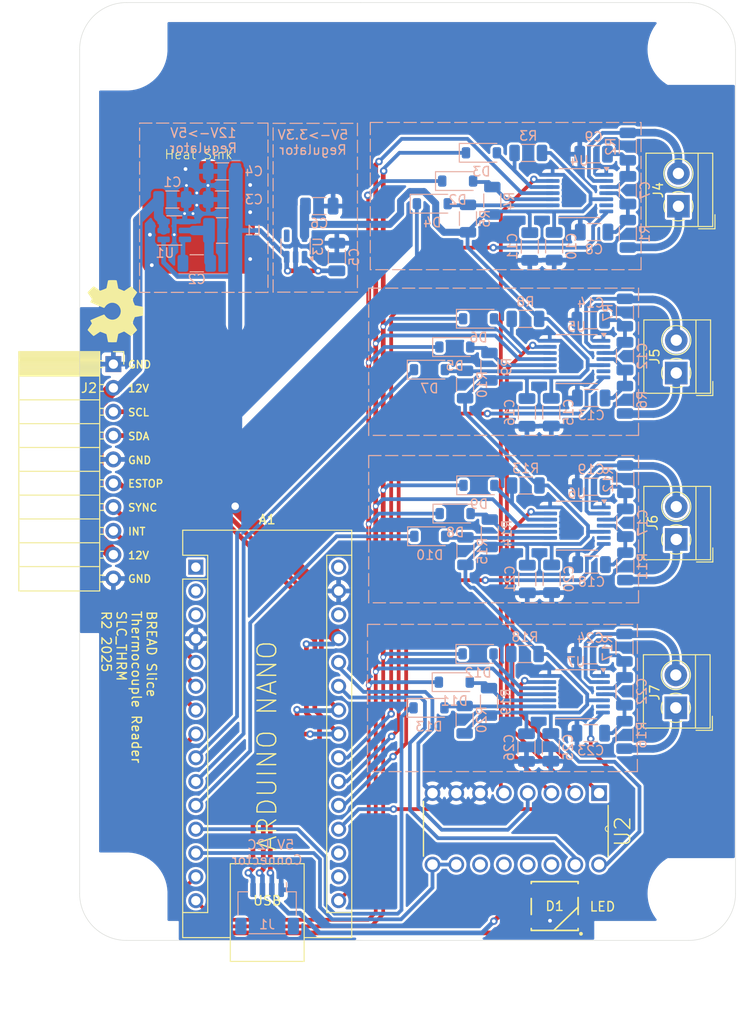
<source format=kicad_pcb>
(kicad_pcb (version 20240108) (generator "pcbnew") (generator_version "8.0")
  (layers (0 "F.Cu" signal) (31 "B.Cu" signal) (34 "B.Paste" user) (35 "F.Paste" user) (36 "B.SilkS" user "B.Silkscreen") (37 "F.SilkS" user "F.Silkscreen") (38 "B.Mask" user) (39 "F.Mask" user) (44 "Edge.Cuts" user))
  (net 0 "")
  (net 3 "GND")
  (net 5 "+5V")
  (net 6 "/LED")
  (net 7 "/I2C_CLK")
  (net 8 "/CS1")
  (net 9 "/I2C_DAT")
  (net 10 "/CS2")
  (net 11 "/SYNC")
  (net 13 "/E_STOP")
  (net 15 "/CS3")
  (net 16 "/CS4")
  (net 17 "/FAULT_SW")
  (net 18 "/DR1")
  (net 20 "+12V")
  (net 21 "/INT")
  (net 22 "/FAULT_B34")
  (net 23 "/SDO")
  (net 24 "/DR2")
  (net 25 "/DR3")
  (net 26 "/FAULT_C12")
  (net 27 "/DR4")
  (net 28 "unconnected-(A1-VIN-Pad30)")
  (net 29 "+3V3")
  (net 30 "Net-(U4-T+)")
  (net 31 "Net-(U4-T-)")
  (net 32 "Net-(U5-T-)")
  (net 33 "Net-(U5-T+)")
  (net 34 "Net-(U6-T+)")
  (net 35 "Net-(U7-T+)")
  (net 36 "Net-(U6-T-)")
  (net 37 "Net-(U7-T-)")
  (net 38 "Net-(D10-A)")
  (net 39 "Net-(D11-A)")
  (net 40 "Net-(D2-A)")
  (net 41 "/SDI")
  (net 42 "/SCK")
  (net 43 "Net-(D12-A)")
  (net 44 "Net-(D5-A)")
  (net 45 "Net-(D6-A)")
  (net 46 "Net-(D13-A)")
  (net 47 "Net-(D7-A)")
  (net 48 "Net-(D9-A)")
  (net 49 "Net-(D4-A)")
  (net 50 "/T1+")
  (net 51 "/T1-")
  (net 52 "/T2+")
  (net 53 "/T2-")
  (net 54 "/T3+")
  (net 55 "/T3-")
  (net 56 "/T4+")
  (net 57 "/T4-")
  (net 59 "/FAULT2")
  (net 61 "/FAULT1")
  (net 63 "/FAULT3")
  (net 67 "/FAULT4")
  (net 71 "Net-(U1-SW)")
  (net 72 "Net-(U1-BST)")
  (net 74 "Net-(D3-A)")
  (net 75 "Net-(D8-A)")
  (footprint "MountingHole:MountingHole_5mm" (layer "F.Cu") (at 127.6 44.8)
    (property "Reference" "H1" (hide yes))
    (property "Value" "MountingHole")
  )
  (footprint "MountingHole:MountingHole_5mm" (layer "F.Cu") (at 187.6 44.8)
    (property "Reference" "H3" (hide yes))
    (property "Value" "MountingHole")
  )
  (footprint "MountingHole:MountingHole_5mm" (layer "F.Cu") (at 127.6 134.8)
    (property "Reference" "H2" (hide yes))
    (property "Value" "MountingHole")
  )
  (footprint "MountingHole:MountingHole_5mm" (layer "F.Cu") (at 187.6 134.8)
    (property "Reference" "H4" (hide yes))
    (property "Value" "MountingHole")
  )
  (footprint "Module:Arduino_Nano" (layer "F.Cu") (at 135 100)
    (property "Reference" "A1")
    (property "Value" "Arduino_Nano_v3.x")
  )
  (footprint "Connector_PinSocket_2.54mm:PinSocket_1x10_P2.54mm_Horizontal" (layer "F.Cu") (at 126.2 78.35)
    (property "Reference" "J2")
    (property "Value" "Conn_01x10_Female")
  )
  (footprint "Symbol:OSHW-Symbol_6.7x6mm_SilkScreen" (layer "F.Cu") (at 126.4 72.7 -90)
    (property "Reference" "Logo1" (hide yes))
    (property "Value" "Logo_Open_Hardware_Small" (hide yes))
  )
  (footprint "TerminalBlock_4Ucon:TerminalBlock_4Ucon_1x02_P3.50mm_Horizontal" (layer "F.Cu") (at 186.50625 61.51875 90)
    (property "Reference" "J4")
    (property "Value" "Conn_01x02")
  )
  (footprint "TerminalBlock_4Ucon:TerminalBlock_4Ucon_1x02_P3.50mm_Horizontal" (layer "F.Cu") (at 186.277719 97.048213 90)
    (property "Reference" "J6")
    (property "Value" "Conn_01x02")
  )
  (footprint "KML-Custom:Thermal Pad" (layer "F.Cu") (at 135.3 62.7)
    (property "Reference" "HS1")
    (property "Value" "Heatsink_Pad")
  )
  (footprint "SparkFun-LED:WS2812-5050-4PIN" (layer "F.Cu") (at 173.3 136.132769)
    (property "Reference" "D1")
    (property "Value" "WS2812B_5050")
  )
  (footprint "" (layer "F.Cu") (at 186.277719 97.048213)
    (property "Reference" "")
    (property "Value" "")
  )
  (footprint "" (layer "F.Cu") (at 186.227719 114.998213)
    (property "Reference" "")
    (property "Value" "")
  )
  (footprint "KML-Custom:DIP254P762X508-16" (layer "F.Cu") (at 160.26 131.71 -90)
    (property "Reference" "U2")
    (property "Value" "CD74HC4053E")
  )
  (footprint "" (layer "F.Cu") (at 186.277719 79.298213)
    (property "Reference" "")
    (property "Value" "")
  )
  (footprint "TerminalBlock_4Ucon:TerminalBlock_4Ucon_1x02_P3.50mm_Horizontal" (layer "F.Cu") (at 186.227719 114.998213 90)
    (property "Reference" "J7")
    (property "Value" "Conn_01x02")
  )
  (footprint "TerminalBlock_4Ucon:TerminalBlock_4Ucon_1x02_P3.50mm_Horizontal" (layer "F.Cu") (at 186.277719 79.298213 90)
    (property "Reference" "J5")
    (property "Value" "Conn_01x02")
  )
  (footprint "Package_SO:TSSOP-14_4.4x5mm_P0.65mm" (layer "B.Cu") (at 175.94375 60.11875 180)
    (property "Reference" "U4")
    (property "Value" "MAX31856")
  )
  (footprint "Capacitor_SMD:C_1206_3216Metric" (layer "B.Cu") (at 180.8375 95.263811 90)
    (property "Reference" "C17")
    (property "Value" "0.1u")
  )
  (footprint "Resistor_SMD:R_1206_3216Metric" (layer "B.Cu") (at 180.8 82.15 90)
    (property "Reference" "R6")
    (property "Value" "100")
  )
  (footprint "Capacitor_SMD:C_1206_3216Metric" (layer "B.Cu") (at 173.244 65.781 90)
    (property "Reference" "C10")
    (property "Value" "0.1u")
  )
  (footprint "Capacitor_SMD:C_1206_3216Metric" (layer "B.Cu") (at 170.28775 119.23725 -90)
    (property "Reference" "C26")
    (property "Value" "0.1u")
  )
  (footprint "Connector_JST:JST_SH_SM04B-SRSS-TB_1x04-1MP_P1.00mm_Horizontal" (layer "B.Cu") (at 142.61 136.4 180)
    (property "Reference" "J1")
    (property "Value" "I2C_01x04")
  )
  (footprint "Capacitor_SMD:C_1206_3216Metric" (layer "B.Cu") (at 180.8 77.5 90)
    (property "Reference" "C12")
    (property "Value" "0.1u")
  )
  (footprint "Resistor_SMD:R_1206_3216Metric" (layer "B.Cu") (at 163.77525 98.288561 90)
    (property "Reference" "R15")
    (property "Value" "10k")
  )
  (footprint "Diode_SMD:D_SOD-123" (layer "B.Cu") (at 159.88275 115)
    (property "Reference" "D13")
    (property "Value" "1N4148W")
  )
  (footprint "Capacitor_SMD:C_1206_3216Metric" (layer "B.Cu") (at 177.2375 99.726311)
    (property "Reference" "C18")
    (property "Value" "0.01u")
  )
  (footprint "Diode_SMD:D_SOD-123" (layer "B.Cu") (at 162.944 58.831)
    (property "Reference" "D2")
    (property "Value" "1N4148W")
  )
  (footprint "Capacitor_SMD:C_1206_3216Metric" (layer "B.Cu") (at 177.15 117.7)
    (property "Reference" "C23")
    (property "Value" "0.01u")
  )
  (footprint "Capacitor_SMD:C_1206_3216Metric" (layer "B.Cu") (at 137.8 60.8)
    (property "Reference" "C3")
    (property "Value" "22uF")
  )
  (footprint "Package_SO:TSSOP-14_4.4x5mm_P0.65mm" (layer "B.Cu") (at 175.5875 113.55 180)
    (property "Reference" "U7")
    (property "Value" "MAX31856")
  )
  (footprint "Resistor_SMD:R_1206_3216Metric" (layer "B.Cu") (at 163.73775 80.52475 90)
    (property "Reference" "R10")
    (property "Value" "10k")
  )
  (footprint "Diode_SMD:D_SOD-123" (layer "B.Cu") (at 162.63775 76.52475)
    (property "Reference" "D5")
    (property "Value" "1N4148W")
  )
  (footprint "Capacitor_SMD:C_1206_3216Metric" (layer "B.Cu") (at 181.10625 59.80625 90)
    (property "Reference" "C7")
    (property "Value" "0.1u")
  )
  (footprint "Resistor_SMD:R_1206_3216Metric" (layer "B.Cu") (at 166.644 60.931 90)
    (property "Reference" "R4")
    (property "Value" "10k")
  )
  (footprint "Diode_SMD:D_SOD-123" (layer "B.Cu") (at 159.97025 96.706061)
    (property "Reference" "D10")
    (property "Value" "1N4148W")
  )
  (footprint "Resistor_SMD:R_1206_3216Metric" (layer "B.Cu") (at 180.75 117.8875 90)
    (property "Reference" "R16")
    (property "Value" "100")
  )
  (footprint "Resistor_SMD:R_1206_3216Metric" (layer "B.Cu") (at 166.33775 78.62475 90)
    (property "Reference" "R9")
    (property "Value" "10k")
  )
  (footprint "Diode_SMD:D_SOD-123" (layer "B.Cu") (at 165.12525 109.24975)
    (property "Reference" "D12")
    (property "Value" "1N4148W")
  )
  (footprint "Capacitor_SMD:C_1206_3216Metric" (layer "B.Cu") (at 177.50625 64.26875)
    (property "Reference" "C8")
    (property "Value" "0.01u")
  )
  (footprint "Capacitor_SMD:C_1206_3216Metric" (layer "B.Cu") (at 137.8 57.8)
    (property "Reference" "C4")
    (property "Value" "22uF")
  )
  (footprint "Capacitor_SMD:C_1206_3216Metric" (layer "B.Cu") (at 170.37525 101.263561 -90)
    (property "Reference" "C21")
    (property "Value" "0.1u")
  )
  (footprint "Diode_SMD:D_SOD-123" (layer "B.Cu") (at 162.67525 94.288561)
    (property "Reference" "D8")
    (property "Value" "1N4148W")
  )
  (footprint "Capacitor_SMD:C_1206_3216Metric" (layer "B.Cu") (at 180.75 113.2375 90)
    (property "Reference" "C22")
    (property "Value" "0.1u")
  )
  (footprint "Resistor_SMD:R_1206_3216Metric" (layer "B.Cu") (at 170.4815 55.831 180)
    (property "Reference" "R3")
    (property "Value" "10k")
  )
  (footprint "Resistor_SMD:R_1206_3216Metric" (layer "B.Cu") (at 180.8375 90.613811 -90)
    (property "Reference" "R12")
    (property "Value" "100")
  )
  (footprint "Resistor_SMD:R_1206_3216Metric" (layer "B.Cu") (at 170.21275 91.288561 180)
    (property "Reference" "R13")
    (property "Value" "10k")
  )
  (footprint "Inductor_SMD:L_1210_3225Metric" (layer "B.Cu") (at 137.8 64.1)
    (property "Reference" "L1")
    (property "Value" "4.7uH")
  )
  (footprint "Capacitor_SMD:C_1206_3216Metric" (layer "B.Cu") (at 172.88775 119.21225 90)
    (property "Reference" "C25")
    (property "Value" "0.1u")
  )
  (footprint "Capacitor_SMD:C_1206_3216Metric" (layer "B.Cu") (at 132.5 60.8 180)
    (property "Reference" "C1")
    (property "Value" "22uF")
  )
  (footprint "Capacitor_SMD:C_1206_3216Metric" (layer "B.Cu") (at 177.15 73.6625 180)
    (property "Reference" "C14")
    (property "Value" "0.01u")
  )
  (footprint "Diode_SMD:D_SOD-123" (layer "B.Cu") (at 159.93275 78.94225)
    (property "Reference" "D7")
    (property "Value" "1N4148W")
  )
  (footprint "Resistor_SMD:R_1206_3216Metric" (layer "B.Cu") (at 164.044 62.831 90)
    (property "Reference" "R5")
    (property "Value" "10k")
  )
  (footprint "Capacitor_SMD:C_1206_3216Metric" (layer "B.Cu") (at 177.2 81.9625)
    (property "Reference" "C13")
    (property "Value" "0.01u")
  )
  (footprint "Resistor_SMD:R_1206_3216Metric" (layer "B.Cu") (at 163.68775 116.26225 90)
    (property "Reference" "R20")
    (property "Value" "10k")
  )
  (footprint "Resistor_SMD:R_1206_3216Metric" (layer "B.Cu") (at 180.8 72.85 -90)
    (property "Reference" "R7")
    (property "Value" "100")
  )
  (footprint "Capacitor_SMD:C_1206_3216Metric" (layer "B.Cu") (at 177.1875 91.426311 180)
    (property "Reference" "C19")
    (property "Value" "0.01u")
  )
  (footprint "Diode_SMD:D_SOD-123" (layer "B.Cu") (at 162.58775 112.26225)
    (property "Reference" "D11")
    (property "Value" "1N4148W")
  )
  (footprint "Resistor_SMD:R_1206_3216Metric" (layer "B.Cu") (at 166.37525 96.388561 90)
    (property "Reference" "R14")
    (property "Value" "10k")
  )
  (footprint "Diode_SMD:D_SOD-123" (layer "B.Cu") (at 165.21275 91.276061)
    (property "Reference" "D9")
    (property "Value" "1N4148W")
  )
  (footprint "Package_TO_SOT_SMD:TSOT-23-6" (layer "B.Cu") (at 132.7 64.1)
    (property "Reference" "U1")
    (property "Value" "~")
  )
  (footprint "Resistor_SMD:R_1206_3216Metric" (layer "B.Cu") (at 181.10625 64.45625 90)
    (property "Reference" "R1")
    (property "Value" "100")
  )
  (footprint "Capacitor_SMD:C_1206_3216Metric" (layer "B.Cu") (at 170.644 65.806 -90)
    (property "Reference" "C11")
    (property "Value" "0.1u")
  )
  (footprint "Capacitor_SMD:C_1206_3216Metric" (layer "B.Cu") (at 177.45625 55.96875 180)
    (property "Reference" "C9")
    (property "Value" "0.01u")
  )
  (footprint "Resistor_SMD:R_1206_3216Metric" (layer "B.Cu") (at 170.17525 73.52475 180)
    (property "Reference" "R8")
    (property "Value" "10k")
  )
  (footprint "Capacitor_SMD:C_1206_3216Metric" (layer "B.Cu") (at 177.1 109.4 180)
    (property "Reference" "C24")
    (property "Value" "0.01u")
  )
  (footprint "Capacitor_SMD:C_1206_3216Metric" (layer "B.Cu") (at 148.175 61.5)
    (property "Reference" "C6")
    (property "Value" "10u")
  )
  (footprint "Resistor_SMD:R_1206_3216Metric" (layer "B.Cu") (at 166.28775 114.36225 90)
    (property "Reference" "R19")
    (property "Value" "10k")
  )
  (footprint "Package_SO:TSSOP-14_4.4x5mm_P0.65mm" (layer "B.Cu") (at 175.6375 77.8125 180)
    (property "Reference" "U5")
    (property "Value" "MAX31856")
  )
  (footprint "Resistor_SMD:R_1206_3216Metric" (layer "B.Cu") (at 170.12525 109.26225 180)
    (property "Reference" "R18")
    (property "Value" "10k")
  )
  (footprint "Capacitor_SMD:C_1206_3216Metric" (layer "B.Cu") (at 150.05 66.925 90)
    (property "Reference" "C5")
    (property "Value" "10u")
  )
  (footprint "Package_SO:TSSOP-14_4.4x5mm_P0.65mm" (layer "B.Cu") (at 175.675 95.576311 180)
    (property "Reference" "U6")
    (property "Value" "MAX31856")
  )
  (footprint "Resistor_SMD:R_1206_3216Metric" (layer "B.Cu") (at 181.10625 55.15625 -90)
    (property "Reference" "R2")
    (property "Value" "100")
  )
  (footprint "Capacitor_SMD:C_1206_3216Metric" (layer "B.Cu") (at 172.97525 101.238561 90)
    (property "Reference" "C20")
    (property "Value" "0.1u")
  )
  (footprint "Capacitor_SMD:C_1206_3216Metric" (layer "B.Cu") (at 135.1 67.6 180)
    (property "Reference" "C2")
    (property "Value" "100nF")
  )
  (footprint "Package_TO_SOT_SMD:SOT-23-5" (layer "B.Cu") (at 145.65 65.8 90)
    (property "Reference" "U3")
    (property "Value" "MIC5225-3.3YM5-TR")
  )
  (footprint "Resistor_SMD:R_1206_3216Metric" (layer "B.Cu") (at 180.75 108.5875 -90)
    (property "Reference" "R17")
    (property "Value" "100")
  )
  (footprint "Capacitor_SMD:C_1206_3216Metric" (layer "B.Cu") (at 172.93775 83.47475 90)
    (property "Reference" "C15")
    (property "Value" "0.1u")
  )
  (footprint "Diode_SMD:D_SOD-123" (layer "B.Cu") (at 160.239 61.2485)
    (property "Reference" "D4")
    (property "Value" "1N4148W")
  )
  (footprint "Resistor_SMD:R_1206_3216Metric" (layer "B.Cu") (at 180.8375 99.913811 90)
    (property "Reference" "R11")
    (property "Value" "100")
  )
  (footprint "Capacitor_SMD:C_1206_3216Metric" (layer "B.Cu") (at 170.33775 83.49975 -90)
    (property "Reference" "C16")
    (property "Value" "0.1u")
  )
  (footprint "Diode_SMD:D_SOD-123" (layer "B.Cu") (at 165.4815 55.8185)
    (property "Reference" "D3")
    (property "Value" "1N4148W")
  )
  (footprint "Diode_SMD:D_SOD-123" (layer "B.Cu") (at 165.17525 73.51225)
    (property "Reference" "D6")
    (property "Value" "1N4148W")
  )
  (gr_rect (start 143.25 52.675) (end 152.25 70.675) (stroke (width 0.12) (type dash)) (fill none) (layer "B.SilkS"))
  (gr_rect (start 153.45 88.1) (end 182.25 103.8) (stroke (width 0.12) (type dash)) (fill none) (layer "B.SilkS"))
  (gr_rect (start 153.45 70.25) (end 182.25 85.95) (stroke (width 0.12) (type dash)) (fill none) (layer "B.SilkS"))
  (gr_rect (start 153.619 52.581) (end 182.519 68.281) (stroke (width 0.12) (type dash)) (fill none) (layer "B.SilkS"))
  (gr_rect (start 153.325 106.1) (end 182.125 121.8) (stroke (width 0.12) (type dash)) (fill none) (layer "B.SilkS"))
  (gr_rect (start 129 52.65) (end 142.7 70.7) (stroke (width 0.12) (type dash)) (fill none) (layer "B.SilkS"))
  (gr_line (start 192.6 44.8) (end 192.6 94.8) (stroke (width 0.05)) (layer "Edge.Cuts"))
  (gr_arc (start 187.6 39.8) (mid 191.135534 41.264466) (end 192.6 44.8) (stroke (width 0.05)) (layer "Edge.Cuts"))
  (gr_arc (start 192.6 134.8) (mid 191.135534 138.335534) (end 187.6 139.8) (stroke (width 0.05)) (layer "Edge.Cuts"))
  (gr_line (start 152.6 39.8) (end 187.6 39.8) (stroke (width 0.05)) (layer "Edge.Cuts"))
  (gr_arc (start 122.6 44.8) (mid 124.064466 41.264466) (end 127.6 39.8) (stroke (width 0.05)) (layer "Edge.Cuts"))
  (gr_line (start 192.6 94.8) (end 192.6 134.8) (stroke (width 0.05)) (layer "Edge.Cuts"))
  (gr_line (start 122.6 134.8) (end 122.6 44.8) (stroke (width 0.05)) (layer "Edge.Cuts"))
  (gr_line (start 127.6 39.8) (end 152.6 39.8) (stroke (width 0.05)) (layer "Edge.Cuts"))
  (gr_arc (start 127.6 139.8) (mid 124.064466 138.335534) (end 122.6 134.8) (stroke (width 0.05)) (layer "Edge.Cuts"))
  (gr_line (start 152.6 139.8) (end 187.6 139.8) (stroke (width 0.05)) (layer "Edge.Cuts"))
  (gr_line (start 127.6 139.8) (end 152.6 139.8) (stroke (width 0.05)) (layer "Edge.Cuts"))
  (gr_text "5V I2C \nConnector" (at 142.61 131.8 0) (layer "B.SilkS") (effects (font (size 1 1)) (justify bottom mirror)))
  (gr_text "12V->5V\nRegulator" (at 135.8 55.9 0) (layer "B.SilkS") (effects (font (size 1 1)) (justify bottom mirror)))
  (gr_text "5V->3.3V\nRegulator" (at 147.5 56.1 0) (layer "B.SilkS") (effects (font (size 1 1)) (justify bottom mirror)))
  (gr_text "GND" (at 129 88.6 0) (layer "F.SilkS") (effects (font (size 0.8 0.8))))
  (gr_text "LED" (at 178.4 136.2 0) (layer "F.SilkS") (effects (font (size 1 1))))
  (gr_text "12V" (at 128.885715 98.75 0) (layer "F.SilkS") (effects (font (size 0.8 0.8))))
  (gr_text "SYNC" (at 129.32381 93.65 0) (layer "F.SilkS") (effects (font (size 0.8 0.8))))
  (gr_text "GND" (at 129 101.25 0) (layer "F.SilkS") (effects (font (size 0.8 0.8))))
  (gr_text "BREAD Slice\nThermocouple Reader\nSLC_THRM\nR2 2025" (at 127.85 104.575 270) (layer "F.SilkS") (effects (font (size 1 1)) (justify left)))
  (gr_text "GND" (at 129 78.4 0) (layer "F.SilkS") (effects (font (size 0.8 0.8))))
  (gr_text "ESTOP" (at 129.647619 91.1 0) (layer "F.SilkS") (effects (font (size 0.8 0.8))))
  (gr_text "INT" (at 128.695238 96.2 0) (layer "F.SilkS") (effects (font (size 0.8 0.8))))
  (gr_text "SDA" (at 128.904762 86.05 0) (layer "F.SilkS") (effects (font (size 0.8 0.8))))
  (gr_text "SCL" (at 128.885715 83.5 0) (layer "F.SilkS") (effects (font (size 0.8 0.8))))
  (gr_text "ARDUINO NANO" (at 142.61 119.05 90) (layer "F.SilkS") (effects (font (size 2 2))))
  (gr_text "12V" (at 128.885715 80.95 0) (layer "F.SilkS") (effects (font (size 0.8 0.8))))
  (segment (start 172.8 137.7) (end 172.832769 137.732769) (width 0.5) (layer "F.Cu") (net 3))
  (segment (start 172.832769 137.732769) (end 175.877 137.732769) (width 0.5) (layer "F.Cu") (net 3))
  (via (at 140.8 62.15) (size 0.8) (drill 0.4) (layers "F.Cu" "B.Cu") (net 3))
  (via (at 140.8 59.25) (size 0.8) (drill 0.4) (layers "F.Cu" "B.Cu") (net 3))
  (via (at 134.7 62.3) (size 0.6) (drill 0.3) (layers "F.Cu" "B.Cu") (net 3))
  (via (at 130.3 67.8) (size 0.8) (drill 0.4) (layers "F.Cu" "B.Cu") (net 3))
  (via (at 130.1 64.55) (size 0.8) (drill 0.4) (layers "F.Cu" "B.Cu") (net 3))
  (via (at 135.1 60.1) (size 0.6) (drill 0.3) (layers "F.Cu" "B.Cu") (net 3))
  (via (at 133.8 62.3) (size 0.6) (drill 0.3) (layers "F.Cu" "B.Cu") (net 3))
  (via (at 133.9 57.55) (size 0.8) (drill 0.4) (layers "F.Cu" "B.Cu") (net 3))
  (via (at 172.8 137.7) (size 0.8) (drill 0.4) (layers "F.Cu" "B.Cu") (net 3))
  (via (at 134 59.3) (size 0.6) (drill 0.3) (layers "F.Cu" "B.Cu") (net 3))
  (via (at 136.3 59.3) (size 0.6) (drill 0.3) (layers "F.Cu" "B.Cu") (net 3))
  (via (at 132.7 64.55) (size 0.6) (drill 0.3) (layers "F.Cu" "B.Cu") (net 3))
  (via (at 140.8 67.15) (size 0.8) (drill 0.4) (layers "F.Cu" "B.Cu") (net 3))
  (via (at 135.1 61.4) (size 0.6) (drill 0.3) (layers "F.Cu" "B.Cu") (net 3))
  (segment (start 133.975 60.8) (end 135.1 60.8) (width 1) (layer "B.Cu") (net 3))
  (segment (start 135.1 61.4) (end 135.1 61.6) (width 0.5) (layer "B.Cu") (net 3))
  (segment (start 133.8 62.3) (end 132.9 62.3) (width 0.5) (layer "B.Cu") (net 3))
  (segment (start 132.7 62.5) (end 132.7 63.2) (width 0.5) (layer "B.Cu") (net 3))
  (segment (start 133.8 62.3) (end 133.8 63.1125) (width 0.5) (layer "B.Cu") (net 3))
  (segment (start 135.1 61.9) (end 134.7 62.3) (width 0.5) (layer "B.Cu") (net 3))
  (segment (start 132.7 63.2) (end 132.7 64.55) (width 0.5) (layer "B.Cu") (net 3))
  (segment (start 134.95 63.15) (end 135.1 63) (width 0.5) (layer "B.Cu") (net 3))
  (segment (start 134.7 62.3) (end 133.8 62.3) (width 0.5) (layer "B.Cu") (net 3))
  (segment (start 135.1 63) (end 135.1 61.6) (width 0.5) (layer "B.Cu") (net 3))
  (segment (start 135.5 59.3) (end 137.2 59.3) (width 0.5) (layer "B.Cu") (net 3))
  (segment (start 136.3 59.3) (end 135.5 59.3) (width 0.5) (layer "B.Cu") (net 3))
  (segment (start 135.1 60.8) (end 135.1 60.1) (width 0.5) (layer "B.Cu") (net 3))
  (segment (start 135.1 60.8) (end 136.325 60.8) (width 1) (layer "B.Cu") (net 3))
  (segment (start 133.8375 63.15) (end 134.95 63.15) (width 0.5) (layer "B.Cu") (net 3))
  (segment (start 135.1 60.8) (end 135.1 61.4) (width 0.5) (layer "B.Cu") (net 3))
  (segment (start 135.1 61.6) (end 135.1 61.9) (width 0.5) (layer "B.Cu") (net 3))
  (segment (start 132.75 63.15) (end 132.7 63.2) (width 0.5) (layer "B.Cu") (net 3))
  (segment (start 133.8 63.1125) (end 133.8375 63.15) (width 0.5) (layer "B.Cu") (net 3))
  (segment (start 133.8375 63.15) (end 132.75 63.15) (width 0.5) (layer "B.Cu") (net 3))
  (segment (start 132.9 62.3) (end 132.7 62.5) (width 0.5) (layer "B.Cu") (net 3))
  (segment (start 148.2 116.964975) (end 146.8 115.564975) (width 0.5) (layer "F.Cu") (net 5))
  (segment (start 147.9 102.202944) (end 147.9 105.3) (width 1.5) (layer "F.Cu") (net 5))
  (segment (start 142.94855 132.599607) (end 142.94855 123.85145) (width 0.5) (layer "F.Cu") (net 5))
  (segment (start 170.017231 134.532769) (end 170.723 134.532769) (width 0.5) (layer "F.Cu") (net 5))
  (segment (start 146.8 115.564975) (end 146.8 108.2) (width 0.5) (layer "F.Cu") (net 5))
  (segment (start 142.94855 123.85145) (end 148.2 118.6) (width 0.5) (layer "F.Cu") (net 5))
  (segment (start 147.9 105.3) (end 150.22 107.62) (width 1.5) (layer "F.Cu") (net 5))
  (segment (start 166.804337 137.7505) (end 166.804337 137.745663) (width 0.5) (layer "F.Cu") (net 5))
  (segment (start 139.2 93.502944) (end 147.9 102.202944) (width 1.5) (layer "F.Cu") (net 5))
  (segment (start 144.8 68.4) (end 148.0625 68.4) (width 0.5) (layer "F.Cu") (net 5))
  (segment (start 148.2 118.6) (end 148.2 116.964975) (width 0.5) (layer "F.Cu") (net 5))
  (segment (start 150.22 107.62) (end 150.24 107.62) (width 1.5) (layer "F.Cu") (net 5))
  (segment (start 166.804337 137.745663) (end 170.017231 134.532769) (width 0.5) (layer "F.Cu") (net 5))
  (via (at 148.0625 68.4) (size 0.8) (drill 0.4) (layers "F.Cu" "B.Cu") (net 5))
  (via (at 142.94855 132.599607) (size 0.8) (drill 0.4) (layers "F.Cu" "B.Cu") (net 5))
  (via (at 144.8 68.4) (size 0.8) (drill 0.4) (layers "F.Cu" "B.Cu") (net 5))
  (via (at 139.2 93.502944) (size 1.5) (drill 0.8) (layers "F.Cu" "B.Cu") (net 5))
  (via (at 146.8 108.2) (size 0.8) (drill 0.4) (layers "F.Cu" "B.Cu") (net 5))
  (via (at 166.804337 137.7505) (size 0.8) (drill 0.4) (layers "F.Cu" "B.Cu") (net 5))
  (segment (start 146.6 66.9375) (end 148.0625 68.4) (width 0.5) (layer "B.Cu") (net 5))
  (segment (start 146.8 108.2) (end 149.66 108.2) (width 0.5) (layer "B.Cu") (net 5))
  (segment (start 142.94855 132.599607) (end 143.11 132.761057) (width 0.5) (layer "B.Cu") (net 5))
  (segment (start 139.25 60.825) (end 139.25 64.05) (width 1.5) (layer "B.Cu") (net 5))
  (segment (start 144.7 68.3) (end 144.7 66.9375) (width 0.5) (layer "B.Cu") (net 5))
  (segment (start 143.11 134.4) (end 143.11 135.11) (width 0.5) (layer "B.Cu") (net 5))
  (segment (start 150.275 68.4) (end 150.35 68.475) (width 1) (layer "B.Cu") (net 5))
  (segment (start 143.11 132.761057) (end 143.11 134.4) (width 0.5) (layer "B.Cu") (net 5))
  (segment (start 143.11 135.11) (end 144.9 136.9) (width 0.5) (layer "B.Cu") (net 5))
  (segment (start 144.8 68.4) (end 144.7 68.3) (width 0.5) (layer "B.Cu") (net 5))
  (segment (start 139.25 64.05) (end 139.2 64.1) (width 1.5) (layer "B.Cu") (net 5))
  (segment (start 131.5625 67.509378) (end 133.053122 69) (width 0.5) (layer "B.Cu") (net 5))
  (segment (start 131.5625 65.05) (end 131.5625 67.509378) (width 0.5) (layer "B.Cu") (net 5))
  (segment (start 141.8625 64.1) (end 139.2 64.1) (width 0.5) (layer "B.Cu") (net 5))
  (segment (start 165.554837 139) (end 166.804337 137.7505) (width 0.5) (layer "B.Cu") (net 5))
  (segment (start 139.2 69) (end 139.2 64.1) (width 1.5) (layer "B.Cu") (net 5))
  (segment (start 139.25 60.775) (end 139.275 60.8) (width 1.5) (layer "B.Cu") (net 5))
  (segment (start 139.25 57.825) (end 139.25 60.775) (width 1.5) (layer "B.Cu") (net 5))
  (segment (start 146.1 136.9) (end 148.2 139) (width 0.5) (layer "B.Cu") (net 5))
  (segment (start 148.2 139) (end 165.554837 139) (width 0.5) (layer "B.Cu") (net 5))
  (segment (start 133.053122 69) (end 139.2 69) (width 0.5) (layer "B.Cu") (net 5))
  (segment (start 139.275 64.025) (end 139.2 64.1) (width 1) (layer "B.Cu") (net 5))
  (segment (start 139.275 57.8) (end 139.25 57.825) (width 1.5) (layer "B.Cu") (net 5))
  (segment (start 144.9 136.9) (end 146.1 136.9) (width 0.5) (layer "B.Cu") (net 5))
  (segment (start 144.7 66.9375) (end 141.8625 64.1) (width 0.5) (layer "B.Cu") (net 5))
  (segment (start 139.275 60.8) (end 139.25 60.825) (width 1.5) (layer "B.Cu") (net 5))
  (segment (start 139.2 93.502944) (end 139.2 69) (width 1.5) (layer "B.Cu") (net 5))
  (segment (start 148.0625 68.4) (end 150.275 68.4) (width 0.5) (layer "B.Cu") (net 5))
  (segment (start 149.66 108.2) (end 150.24 107.62) (width 0.5) (layer "B.Cu") (net 5))
  (segment (start 174.209769 136.2) (end 175.877 134.532769) (width 0.5) (layer "F.Cu") (net 6))
  (segment (start 132.9 119.88) (end 132.9 136.9) (width 0.5) (layer "F.Cu") (net 6))
  (segment (start 135 117.78) (end 132.9 119.88) (width 0.5) (layer "F.Cu") (net 6))
  (segment (start 132.9 136.9) (end 135 139) (width 0.5) (layer "F.Cu") (net 6))
  (segment (start 169.6 136.2) (end 174.209769 136.2) (width 0.5) (layer "F.Cu") (net 6))
  (segment (start 135 139) (end 166.8 139) (width 0.5) (layer "F.Cu") (net 6))
  (segment (start 166.8 139) (end 169.6 136.2) (width 0.5) (layer "F.Cu") (net 6))
  (segment (start 146.7 102.7) (end 127.43 83.43) (width 0.5) (layer "F.Cu") (net 7))
  (segment (start 145.8 115.9) (end 141.1 120.6) (width 0.5) (layer "F.Cu") (net 7))
  (segment (start 141.1 120.6) (end 141.1 132.1) (width 0.5) (layer "F.Cu") (net 7))
  (segment (start 141.1 132.1) (end 140.6 132.6) (width 0.5) (layer "F.Cu") (net 7))
  (segment (start 145.8 115.2) (end 145.8 115.9) (width 0.5) (layer "F.Cu") (net 7))
  (segment (start 150.24 115.24) (end 148.4 113.4) (width 0.5) (layer "F.Cu") (net 7))
  (segment (start 127.43 83.43) (end 126.2 83.43) (width 0.5) (layer "F.Cu") (net 7))
  (segment (start 148.4 113.4) (end 148.4 107.497056) (width 0.5) (layer "F.Cu") (net 7))
  (segment (start 148.4 107.497056) (end 146.7 105.797056) (width 0.5) (layer "F.Cu") (net 7))
  (segment (start 146.7 105.797056) (end 146.7 102.7) (width 0.5) (layer "F.Cu") (net 7))
  (via (at 140.6 132.6) (size 0.8) (drill 0.4) (layers "F.Cu" "B.Cu") (net 7))
  (via (at 145.8 115.2) (size 0.8) (drill 0.4) (layers "F.Cu" "B.Cu") (net 7))
  (segment (start 145.9 115.3) (end 150.18 115.3) (width 0.5) (layer "B.Cu") (net 7))
  (segment (start 145.8 115.2) (end 145.9 115.3) (width 0.5) (layer "B.Cu") (net 7))
  (segment (start 140.6 132.6) (end 141.11 133.11) (width 0.5) (layer "B.Cu") (net 7))
  (segment (start 150.18 115.3) (end 150.24 115.24) (width 0.5) (layer "B.Cu") (net 7))
  (segment (start 141.11 133.11) (end 141.11 134.4) (width 0.5) (layer "B.Cu") (net 7))
  (segment (start 158.589 69.77105) (end 152.75 75.61005) (width 0.4) (layer "B.Cu") (net 8))
  (segment (start 139.4 96.375) (end 139.4 115.92) (width 0.4) (layer "B.Cu") (net 8))
  (segment (start 139.4 115.92) (end 135 120.32) (width 0.4) (layer "B.Cu") (net 8))
  (segment (start 152.75 75.61005) (end 152.75 83.025) (width 0.4) (layer "B.Cu") (net 8))
  (segment (start 158.589 61.2485) (end 158.589 69.77105) (width 0.4) (layer "B.Cu") (net 8))
  (segment (start 152.75 83.025) (end 139.4 96.375) (width 0.4) (layer "B.Cu") (net 8))
  (segment (start 142.2 122) (end 142.2 132.197956) (width 0.5) (layer "F.Cu") (net 9))
  (segment (start 146 106.087005) (end 146 103) (width 0.5) (layer "F.Cu") (net 9))
  (segment (start 147.7 115.24) (end 147.7 107.787006) (width 0.5) (layer "F.Cu") (net 9))
  (segment (start 146 103) (end 128.97 85.97) (width 0.5) (layer "F.Cu") (net 9))
  (segment (start 147.7 107.787006) (end 146 106.087005) (width 0.5) (layer "F.Cu") (net 9))
  (segment (start 146.4 117.8) (end 142.2 122) (width 0.5) (layer "F.Cu") (net 9))
  (segment (start 128.97 85.97) (end 126.2 85.97) (width 0.5) (layer "F.Cu") (net 9))
  (segment (start 142.2 132.197956) (end 141.793039 132.604917) (width 0.5) (layer "F.Cu") (net 9))
  (segment (start 147.2 117.8) (end 146.4 117.8) (width 0.5) (layer "F.Cu") (net 9))
  (segment (start 150.24 117.78) (end 147.7 115.24) (width 0.5) (layer "F.Cu") (net 9))
  (via (at 147.2 117.8) (size 0.8) (drill 0.4) (layers "F.Cu" "B.Cu") (net 9))
  (via (at 141.793039 132.604917) (size 0.8) (drill 0.4) (layers "F.Cu" "B.Cu") (net 9))
  (segment (start 141.793039 132.604917) (end 142.11 132.921878) (width 0.5) (layer "B.Cu") (net 9))
  (segment (start 150.22 117.8) (end 150.24 117.78) (width 0.5) (layer "B.Cu") (net 9))
  (segment (start 142.11 132.921878) (end 142.11 134.4) (width 0.5) (layer "B.Cu") (net 9))
  (segment (start 147.2 117.8) (end 150.22 117.8) (width 0.5) (layer "B.Cu") (net 9))
  (segment (start 158.28275 78.94225) (end 140.1 97.125) (width 0.4) (layer "B.Cu") (net 10))
  (segment (start 140.1 97.125) (end 140.1 117.76) (width 0.4) (layer "B.Cu") (net 10))
  (segment (start 140.1 117.76) (end 135 122.86) (width 0.4) (layer "B.Cu") (net 10))
  (segment (start 128.4 108.64) (end 135 115.24) (width 0.5) (layer "F.Cu") (net 11))
  (segment (start 128.4 98.33) (end 128.4 108.64) (width 0.5) (layer "F.Cu") (net 11))
  (segment (start 126.2 96.13) (end 128.4 98.33) (width 0.5) (layer "F.Cu") (net 11))
  (segment (start 126.85 91.05) (end 129.8 94) (width 0.5) (layer "F.Cu") (net 13))
  (segment (start 129.8 94) (end 129.8 104.96) (width 0.5) (layer "F.Cu") (net 13))
  (segment (start 126.2 91.05) (end 126.85 91.05) (width 0.5) (layer "F.Cu") (net 13))
  (segment (start 129.8 104.96) (end 135 110.16) (width 0.5) (layer "F.Cu") (net 13))
  (segment (start 140.8 119.6) (end 135 125.4) (width 0.4) (layer "B.Cu") (net 15))
  (segment (start 140.8 105.95) (end 140.8 119.6) (width 0.4) (layer "B.Cu") (net 15))
  (segment (start 150.043939 96.706061) (end 140.8 105.95) (width 0.4) (layer "B.Cu") (net 15))
  (segment (start 158.32025 96.706061) (end 150.043939 96.706061) (width 0.4) (layer "B.Cu") (net 15))
  (segment (start 149.798528 136.95) (end 148.85 136.001472) (width 0.4) (layer "B.Cu") (net 16))
  (segment (start 148.85 136.001472) (end 148.85 130.9) (width 0.4) (layer "B.Cu") (net 16))
  (segment (start 156.95 136.55) (end 156.55 136.95) (width 0.4) (layer "B.Cu") (net 16))
  (segment (start 156.55 136.95) (end 149.798528 136.95) (width 0.4) (layer "B.Cu") (net 16))
  (segment (start 156.95 115.9625) (end 156.95 136.55) (width 0.4) (layer "B.Cu") (net 16))
  (segment (start 158.23275 114.67975) (end 156.95 115.9625) (width 0.4) (layer "B.Cu") (net 16))
  (segment (start 148.85 130.9) (end 145.89 127.94) (width 0.4) (layer "B.Cu") (net 16))
  (segment (start 145.89 127.94) (end 135 127.94) (width 0.4) (layer "B.Cu") (net 16))
  (segment (start 148.25 136.25) (end 149.55 137.55) (width 0.4) (layer "B.Cu") (net 17))
  (segment (start 149.55 137.55) (end 156.9 137.55) (width 0.4) (layer "B.Cu") (net 17))
  (segment (start 160.26 131.71) (end 162.8 131.71) (width 0.4) (layer "B.Cu") (net 17))
  (segment (start 148.25 131.148528) (end 148.25 136.25) (width 0.4) (layer "B.Cu") (net 17))
  (segment (start 156.9 137.55) (end 160.26 134.19) (width 0.4) (layer "B.Cu") (net 17))
  (segment (start 135 130.48) (end 147.581472 130.48) (width 0.4) (layer "B.Cu") (net 17))
  (segment (start 147.581472 130.48) (end 148.25 131.148528) (width 0.4) (layer "B.Cu") (net 17))
  (segment (start 160.26 134.19) (end 160.26 131.71) (width 0.4) (layer "B.Cu") (net 17))
  (segment (start 155.85 73.331) (end 155.85 115.65) (width 0.4) (layer "F.Cu") (net 18))
  (segment (start 166.75 65.931) (end 163.25 65.931) (width 0.4) (layer "F.Cu") (net 18))
  (segment (start 163.25 65.931) (end 155.85 73.331) (width 0.4) (layer "F.Cu") (net 18))
  (via (at 155.85 115.65) (size 0.8) (drill 0.4) (layers "F.Cu" "B.Cu") (net 18))
  (via (at 166.75 65.931) (size 0.8) (drill 0.4) (layers "F.Cu" "B.Cu") (net 18))
  (segment (start 155.85 115.65) (end 151.18 120.32) (width 0.4) (layer "B.Cu") (net 18))
  (segment (start 177.4 65.2) (end 177.4 63.65) (width 0.4) (layer "B.Cu") (net 18))
  (segment (start 151.18 120.32) (end 150.24 120.32) (width 0.4) (layer "B.Cu") (net 18))
  (segment (start 166.75 65.931) (end 176.669 65.931) (width 0.4) (layer "B.Cu") (net 18))
  (segment (start 176.669 65.931) (end 177.4 65.2) (width 0.4) (layer "B.Cu") (net 18))
  (segment (start 177.4 63.65) (end 178.80625 62.24375) (width 0.4) (layer "B.Cu") (net 18))
  (segment (start 178.80625 62.24375) (end 178.80625 62.06875) (width 0.4) (layer "B.Cu") (net 18))
  (segment (start 126.194415 80.89) (end 124.4 82.684415) (width 1.5) (layer "F.Cu") (net 20))
  (segment (start 126.2 80.89) (end 126.194415 80.89) (width 1.5) (layer "F.Cu") (net 20))
  (segment (start 124.4 82.684415) (end 124.4 96.875585) (width 1.5) (layer "F.Cu") (net 20))
  (segment (start 126.2 80.89) (end 126.21 80.9) (width 1) (layer "F.Cu") (net 20))
  (segment (start 124.4 96.875585) (end 126.194415 98.67) (width 1.5) (layer "F.Cu") (net 20))
  (segment (start 126.194415 98.67) (end 126.2 98.67) (width 1.5) (layer "F.Cu") (net 20))
  (segment (start 128.8 78.8) (end 126.71 80.89) (width 1) (layer "B.Cu") (net 20))
  (segment (start 126.71 80.89) (end 126.2 80.89) (width 1) (layer "B.Cu") (net 20))
  (segment (start 131.025 60.8) (end 128.8 63.025) (width 1) (layer "B.Cu") (net 20))
  (segment (start 128.8 63.025) (end 128.8 78.8) (width 1) (layer "B.Cu") (net 20))
  (segment (start 131.025 60.8) (end 131.025 62.6125) (width 1) (layer "B.Cu") (net 20))
  (segment (start 131.5625 63.15) (end 131.5625 64.05) (width 1) (layer "B.Cu") (net 20))
  (segment (start 131.025 62.6125) (end 131.5625 63.15) (width 1) (layer "B.Cu") (net 20))
  (segment (start 129.1 96.49) (end 129.1 106.8) (width 0.5) (layer "F.Cu") (net 21))
  (segment (start 126.2 93.59) (end 129.1 96.49) (width 0.5) (layer "F.Cu") (net 21))
  (segment (start 129.1 106.8) (end 135 112.7) (width 0.5) (layer "F.Cu") (net 21))
  (segment (start 150.24 112.7) (end 151.44 113.9) (width 0.4) (layer "B.Cu") (net 22))
  (segment (start 173.4 128.9) (end 175.5 131) (width 0.4) (layer "B.Cu") (net 22))
  (segment (start 175.5 131) (end 175.5 131.71) (width 0.4) (layer "B.Cu") (net 22))
  (segment (start 159.45 114.35) (end 159.45 117.15) (width 0.4) (layer "B.Cu") (net 22))
  (segment (start 159 113.9) (end 159.45 114.35) (width 0.4) (layer "B.Cu") (net 22))
  (segment (start 160.85 128.9) (end 173.4 128.9) (width 0.4) (layer "B.Cu") (net 22))
  (segment (start 151.44 113.9) (end 159 113.9) (width 0.4) (layer "B.Cu") (net 22))
  (segment (start 157.85 125.9) (end 160.85 128.9) (width 0.4) (layer "B.Cu") (net 22))
  (segment (start 157.85 118.75) (end 157.85 125.9) (width 0.4) (layer "B.Cu") (net 22))
  (segment (start 159.45 117.15) (end 157.85 118.75) (width 0.4) (layer "B.Cu") (net 22))
  (segment (start 153.4 137.6) (end 137.04 137.6) (width 0.4) (layer "F.Cu") (net 23))
  (segment (start 154.2 136.8) (end 153.4 137.6) (width 0.4) (layer "F.Cu") (net 23))
  (segment (start 154.2 57.1) (end 154.2 76.15) (width 0.5) (layer "F.Cu") (net 23))
  (segment (start 154.2 76.15) (end 154.2 93.5) (width 0.5) (layer "F.Cu") (net 23))
  (segment (start 154.2 111.15) (end 154.2 136.8) (width 0.4) (layer "F.Cu") (net 23))
  (segment (start 154.2 111.15) (end 154.2 93.5) (width 0.5) (layer "F.Cu") (net 23))
  (segment (start 137.04 137.6) (end 135 135.56) (width 0.4) (layer "F.Cu") (net 23))
  (segment (start 154.55 56.75) (end 154.2 57.1) (width 0.5) (layer "F.Cu") (net 23))
  (via (at 154.2 93.5) (size 0.6) (drill 0.4) (layers "F.Cu" "B.Cu") (net 23))
  (via (at 154.2 76.15) (size 0.6) (drill 0.4) (layers "F.Cu" "B.Cu") (net 23))
  (via (at 154.2 111.15) (size 0.6) (drill 0.4) (layers "F.Cu" "B.Cu") (net 23))
  (via (at 154.55 56.75) (size 0.8) (drill 0.4) (layers "F.Cu" "B.Cu") (net 23))
  (segment (start 169.513 95.576311) (end 166.686689 92.75) (width 0.4) (layer "B.Cu") (net 23))
  (segment (start 172.775 77.8125) (end 169.4755 77.8125) (width 0.4) (layer "B.Cu") (net 23))
  (segment (start 169.4255 113.55) (end 172.725 113.55) (width 0.4) (layer "B.Cu") (net 23))
  (segment (start 166.963 75.3) (end 155.05 75.3) (width 0.4) (layer "B.Cu") (net 23))
  (segment (start 154.55 56.75) (end 156.969 54.331) (width 0.4) (layer "B.Cu") (net 23))
  (segment (start 154.2 111.15) (end 154.55 110.8) (width 0.4) (layer "B.Cu") (net 23))
  (segment (start 154.95 92.75) (end 154.2 93.5) (width 0.4) (layer "B.Cu") (net 23))
  (segment (start 156.969 54.331) (end 163.994 54.331) (width 0.4) (layer "B.Cu") (net 23))
  (segment (start 172.8125 95.576311) (end 169.513 95.576311) (width 0.4) (layer "B.Cu") (net 23))
  (segment (start 155.05 75.3) (end 154.2 76.15) (width 0.4) (layer "B.Cu") (net 23))
  (segment (start 154.55 110.8) (end 166.6755 110.8) (width 0.4) (layer "B.Cu") (net 23))
  (segment (start 166.6755 110.8) (end 169.4255 113.55) (width 0.4) (layer "B.Cu") (net 23))
  (segment (start 166.686689 92.75) (end 154.95 92.75) (width 0.4) (layer "B.Cu") (net 23))
  (segment (start 163.994 54.331) (end 169.78175 60.11875) (width 0.4) (layer "B.Cu") (net 23))
  (segment (start 169.78175 60.11875) (end 173.08125 60.11875) (width 0.4) (layer "B.Cu") (net 23))
  (segment (start 169.4755 77.8125) (end 166.963 75.3) (width 0.4) (layer "B.Cu") (net 23))
  (segment (start 166.125 83.621689) (end 166.121939 83.62475) (width 0.4) (layer "F.Cu") (net 24))
  (segment (start 156.65 86.37475) (end 156.65 117.3) (width 0.4) (layer "F.Cu") (net 24))
  (segment (start 166.121939 83.62475) (end 159.4 83.62475) (width 0.4) (layer "F.Cu") (net 24))
  (segment (start 156.65 117.3) (end 155.9 118.05) (width 0.4) (layer "F.Cu") (net 24))
  (segment (start 159.4 83.62475) (end 156.65 86.37475) (width 0.4) (layer "F.Cu") (net 24))
  (via (at 155.9 118.05) (size 0.8) (drill 0.4) (layers "F.Cu" "B.Cu") (net 24))
  (via (at 166.125 83.621689) (size 0.8) (drill 0.4) (layers "F.Cu" "B.Cu") (net 24))
  (segment (start 175.966977 83.621689) (end 176.7 82.888666) (width 0.4) (layer "B.Cu") (net 24))
  (segment (start 155.9 118.05) (end 151.09 122.86) (width 0.4) (layer "B.Cu") (net 24))
  (segment (start 151.09 122.86) (end 150.24 122.86) (width 0.4) (layer "B.Cu") (net 24))
  (segment (start 177.03775 81.22475) (end 178.5 79.7625) (width 0.4) (layer "B.Cu") (net 24))
  (segment (start 166.125 83.621689) (end 175.966977 83.621689) (width 0.4) (layer "B.Cu") (net 24))
  (segment (start 176.7 81.22475) (end 177.03775 81.22475) (width 0.4) (layer "B.Cu") (net 24))
  (segment (start 176.7 82.888666) (end 176.7 81.22475) (width 0.4) (layer "B.Cu") (net 24))
  (segment (start 157.45 103.4) (end 157.45 118.8) (width 0.4) (layer "F.Cu") (net 25))
  (segment (start 159.461439 101.388561) (end 157.45 103.4) (width 0.4) (layer "F.Cu") (net 25))
  (segment (start 157.45 118.8) (end 156.05 120.2) (width 0.4) (layer "F.Cu") (net 25))
  (segment (start 165.9 101.388561) (end 159.461439 101.388561) (width 0.4) (layer "F.Cu") (net 25))
  (via (at 165.9 101.388561) (size 0.8) (drill 0.4) (layers "F.Cu" "B.Cu") (net 25))
  (via (at 156.05 120.2) (size 0.8) (drill 0.4) (layers "F.Cu" "B.Cu") (net 25))
  (segment (start 156 120.2) (end 150.8 125.4) (width 0.4) (layer "B.Cu") (net 25))
  (segment (start 156.05 120.2) (end 156 120.2) (width 0.4) (layer "B.Cu") (net 25))
  (segment (start 165.9 101.388561) (end 176.001416 101.388561) (width 0.4) (layer "B.Cu") (net 25))
  (segment (start 176.7375 98.988561) (end 177.07525 98.988561) (width 0.4) (layer "B.Cu") (net 25))
  (segment (start 176.7375 100.652477) (end 176.7375 98.988561) (width 0.4) (layer "B.Cu") (net 25))
  (segment (start 177.07525 98.988561) (end 178.5375 97.526311) (width 0.4) (layer "B.Cu") (net 25))
  (segment (start 150.8 125.4) (end 150.24 125.4) (width 0.4) (layer "B.Cu") (net 25))
  (segment (start 176.001416 101.388561) (end 176.7375 100.652477) (width 0.4) (layer "B.Cu") (net 25))
  (segment (start 168.3 128) (end 161.25 128) (width 0.4) (layer "B.Cu") (net 26))
  (segment (start 170.42 124.09) (end 170.42 125.88) (width 0.4) (layer "B.Cu") (net 26))
  (segment (start 158.75 125.5) (end 158.75 118.76725) (width 0.4) (layer "B.Cu") (net 26))
  (segment (start 150.24 110.64) (end 150.24 110.16) (width 0.4) (layer "B.Cu") (net 26))
  (segment (start 160.25 114.05) (end 159.5 113.3) (width 0.4) (layer "B.Cu") (net 26))
  (segment (start 152.9 113.3) (end 150.24 110.64) (width 0.4) (layer "B.Cu") (net 26))
  (segment (start 161.25 128) (end 158.75 125.5) (width 0.4) (layer "B.Cu") (net 26))
  (segment (start 160.25 117.26725) (end 160.25 114.05) (width 0.4) (layer "B.Cu") (net 26))
  (segment (start 170.42 125.88) (end 168.3 128) (width 0.4) (layer "B.Cu") (net 26))
  (segment (start 158.75 118.76725) (end 160.25 117.26725) (width 0.4) (layer "B.Cu") (net 26))
  (segment (start 159.5 113.3) (end 152.9 113.3) (width 0.4) (layer "B.Cu") (net 26))
  (segment (start 179.9 122.25) (end 177.15 119.5) (width 0.4) (layer "F.Cu") (net 27))
  (segment (start 177.15 119.5) (end 177.15 118.3) (width 0.4) (layer "F.Cu") (net 27))
  (segment (start 156.1 125.8) (end 179.2 125.8) (width 0.4) (layer "F.Cu") (net 27))
  (segment (start 179.2 125.8) (end 179.9 125.1) (width 0.4) (layer "F.Cu") (net 27))
  (segment (start 179.9 125.1) (end 179.9 122.25) (width 0.4) (layer "F.Cu") (net 27))
  (via (at 156.1 125.8) (size 0.8) (drill 0.4) (layers "F.Cu" "B.Cu") (net 27))
  (via (at 177.15 118.3) (size 0.8) (drill 0.4) (layers "F.Cu" "B.Cu") (net 27))
  (segment (start 177.25 116.7) (end 178.45 115.5) (width 0.4) (layer "B.Cu") (net 27))
  (segment (start 152.38 125.8) (end 150.24 127.94) (width 0.4) (layer "B.Cu") (net 27))
  (segment (start 177.15 116.7) (end 177.25 116.7) (width 0.4) (layer "B.Cu") (net 27))
  (segment (start 177.15 118.3) (end 177.15 116.7) (width 0.4) (layer "B.Cu") (net 27))
  (segment (start 156.1 125.8) (end 152.38 125.8) (width 0.4) (layer "B.Cu") (net 27))
  (segment (start 150.257 100.017) (end 150.24 100) (width 1.5) (layer "B.Cu") (net 28))
  (segment (start 170.33775 80.00025) (end 170.1 79.7625) (width 0.4) (layer "B.Cu") (net 29))
  (segment (start 163.73775 83.53775) (end 163.73775 81.98725) (width 0.4) (layer "B.Cu") (net 29))
  (segment (start 171.488561 91.288561) (end 163.73775 83.53775) (width 0.4) (layer "B.Cu") (net 29))
  (segment (start 166.96875 62.06875) (end 166.644 62.3935) (width 0.4) (layer "B.Cu") (net 29))
  (segment (start 170.644 62.3935) (end 170.3315 62.081) (width 0.4) (layer "B.Cu") (net 29))
  (segment (start 176.859878 96.226311) (end 178.5375 96.226311) (width 0.4) (layer "B.Cu") (net 29))
  (segment (start 159.35 59.95) (end 160.6 61.2) (width 0.75) (layer "B.Cu") (net 29))
  (segment (start 172.775 79.7625) (end 176 79.7625) (width 0.4) (layer "B.Cu") (net 29))
  (segment (start 166.6625 79.7625) (end 166.33775 80.08725) (width 0.4) (layer "B.Cu") (net 29))
  (segment (start 176.772378 114.2) (end 178.45 114.2) (width 0.4) (layer "B.Cu") (net 29))
  (segment (start 165.76275 115.51225) (end 163.68775 117.58725) (width 0.4) (layer "B.Cu") (net 29))
  (segment (start 171.63775 73.52475) (end 164 65.887) (width 0.4) (layer "B.Cu") (net 29))
  (segment (start 176.30625 62.06875) (end 177.128628 61.246372) (width 0.4) (layer "B.Cu") (net 29))
  (segment (start 157.85 59.95) (end 159.35 59.95) (width 0.75) (layer "B.Cu") (net 29))
  (segment (start 164 65.887) (end 164 64.3375) (width 0.4) (layer "B.Cu") (net 29))
  (segment (start 172.775 79.7625) (end 166.6625 79.7625) (width 0.4) (layer "B.Cu") (net 29))
  (segment (start 146.6 61.575) (end 146.6 63.45) (width 1) (layer "B.Cu") (net 29))
  (segment (start 171.67525 91.288561) (end 171.488561 91.288561) (width 0.4) (layer "B.Cu") (net 29))
  (segment (start 172.48775 109.26225) (end 176.772378 113.546878) (width 0.4) (layer "B.Cu") (net 29))
  (segment (start 176.859878 96.703933) (end 176.859878 96.226311) (width 0.4) (layer "B.Cu") (net 29))
  (segment (start 171.9875 97.526311) (end 172.8125 97.526311) (width 0.4) (layer "B.Cu") (net 29))
  (segment (start 178.04 131.71) (end 178.84 131.71) (width 0.4) (layer "B.Cu") (net 29))
  (segment (start 171.67525 91.288561) (end 172.57525 91.288561) (width 0.4) (layer "B.Cu") (net 29))
  (segment (start 166.7 97.526311) (end 166.37525 97.851061) (width 0.4) (layer "B.Cu") (net 29))
  (segment (start 177.128628 61.246372) (end 177.128628 60.76875) (width 0.4) (layer "B.Cu") (net 29))
  (segment (start 165.81275 79.77475) (end 163.73775 81.84975) (width 0.4) (layer "B.Cu") (net 29))
  (segment (start 156.85 62.3) (end 156.85 60.95) (width 0.75) (layer "B.Cu") (net 29))
  (segment (start 182.35 123.4) (end 179.7 120.75) (width 0.4) (layer "B.Cu") (net 29))
  (segment (start 166.6125 115.5) (end 166.28775 115.82475) (width 0.4) (layer "B.Cu") (net 29))
  (segment (start 171.58775 109.26225) (end 171.58775 109.11275) (width 0.4) (layer "B.Cu") (net 29))
  (segment (start 156.85 60.95) (end 157.85 59.95) (width 0.75) (layer "B.Cu") (net 29))
  (segment (start 171.944 55.831) (end 172.844 55.831) (width 0.4) (layer "B.Cu") (net 29))
  (segment (start 146.625 61.55) (end 146.6 61.575) (width 1) (layer "B.Cu") (net 29))
  (segment (start 172.88775 117.73725) (end 172.88775 115.66275) (width 0.4) (layer "B.Cu") (net 29))
  (segment (start 172.53775 73.52475) (end 176.822378 77.809378) (width 0.4) (layer "B.Cu") (net 29))
  (segment (start 161.4935 64.2935) (end 164.044 64.2935) (width 0.75) (layer "B.Cu") (net 29))
  (segment (start 177.128628 60.76875) (end 178.80625 60.76875) (width 0.4) (layer "B.Cu") (net 29))
  (segment (start 173.244 62.2315) (end 173.08125 62.06875) (width 0.4) (layer "B.Cu") (net 29))
  (segment (start 172.25625 62.06875) (end 173.08125 62.06875) (width 0.4) (layer "B.Cu") (net 29))
  (segment (start 171.63775 73.52475) (end 172.53775 73.52475) (width 0.4) (layer "B.Cu") (net 29))
  (segment (start 176.822378 78.4625) (end 178.5 78.4625) (width 0.4) (layer "B.Cu") (net 29))
  (segment (start 182.35 128.2) (end 182.35 123.4) (width 0.4) (layer "B.Cu") (net 29))
  (segment (start 179.7 120.75) (end 175.9005 120.75) (width 0.4) (layer "B.Cu") (net 29))
  (segment (start 172.97525 97.689061) (end 172.8125 97.526311) (width 0.4) (layer "B.Cu") (net 29))
  (segment (start 176.772378 114.677622) (end 176.772378 114.2) (width 0.4) (layer "B.Cu") (net 29))
  (segment (start 170.28775 117.76225) (end 170.28775 115.82475) (width 0.4) (layer "B.Cu") (net 29))
  (segment (start 172.725 115.5) (end 175.95 115.5) (width 0.4) (layer "B.Cu") (net 29))
  (segment (start 172.725 115.5) (end 166.6125 115.5) (width 0.4) (layer "B.Cu") (net 29))
  (segment (start 175.9005 120.75) (end 172.88775 117.73725) (width 0.4) (layer "B.Cu") (net 29))
  (segment (start 171.9 115.5) (end 172.725 115.5) (width 0.4) (layer "B.Cu") (net 29))
  (segment (start 176.859878 95.573189) (end 176.859878 96.226311) (width 0.4) (layer "B.Cu") (net 29))
  (segment (start 176 79.7625) (end 176.822378 78.940122) (width 0.4) (layer "B.Cu") (net 29))
  (segment (start 171.95 79.7625) (end 172.775 79.7625) (width 0.4) (layer "B.Cu") (net 29))
  (segment (start 172.57525 91.288561) (end 176.859878 95.573189) (width 0.4) (layer "B.Cu") (net 29))
  (segment (start 173.08125 62.06875) (end 166.96875 62.06875) (width 0.4) (layer "B.Cu") (net 29))
  (segment (start 178.84 131.71) (end 182.35 128.2) (width 0.4) (layer "B.Cu") (net 29))
  (segment (start 171.58775 109.11275) (end 164.663561 102.188561) (width 0.4) (layer "B.Cu") (net 29))
  (segment (start 170.33775 82.02475) (end 170.33775 80.00025) (width 0.4) (layer "B.Cu") (net 29))
  (segment (start 170.644 64.331) (end 170.644 62.3935) (width 0.4) (layer "B.Cu") (net 29))
  (segment (start 164 64.3375) (end 164.044 64.2935) (width 0.4) (layer "B.Cu") (net 29))
  (segment (start 175.95 115.5) (end 176.772378 114.677622) (width 0.4) (layer "B.Cu") (net 29))
  (segment (start 164.663561 102.188561) (end 164.318629 102.188561) (width 0.4) (layer "B.Cu") (net 29))
  (segment (start 172.8125 97.526311) (end 166.7 97.526311) (width 0.4) (layer "B.Cu") (net 29))
  (segment (start 172.93775 81.99975) (end 172.93775 79.92525) (width 0.4) (layer "B.Cu") (net 29))
  (segment (start 165.85025 97.538561) (end 163.77525 99.613561) (width 0.4) (layer "B.Cu") (net 29))
  (segment (start 170.37525 99.788561) (end 170.37525 97.851061) (width 0.4) (layer "B.Cu") (net 29))
  (segment (start 155.7 63.45) (end 156.85 62.3) (width 0.75) (layer "B.Cu") (net 29))
  (segment (start 176.772378 113.546878) (end 176.772378 114.2) (width 0.4) (layer "B.Cu") (net 29))
  (segment (start 170.28775 115.82475) (end 169.97525 115.51225) (width 0.4) (layer "B.Cu") (net 29))
  (segment (start 173.08125 62.06875) (end 176.30625 62.06875) (width 0.4) (layer "B.Cu") (net 29))
  (segment (start 176.822378 78.940122) (end 176.822378 78.4625) (width 0.4) (layer "B.Cu") (net 29))
  (segment (start 164.318629 102.188561) (end 163.77525 101.645182) (width 0.4) (layer "B.Cu") (net 29))
  (segment (start 173.244 64.306) (end 173.244 62.2315) (width 0.4) (layer "B.Cu") (net 29))
  (segment (start 160.6 63.4) (end 161.4935 64.2935) (width 0.75) (layer "B.Cu") (net 29))
  (segment (start 146.6 63.45) (end 155.7 63.45) (width 0.75) (layer "B.Cu") (net 29))
  (segment (start 176.822378 77.809378) (end 176.822378 78.4625) (width 0.4) (layer "B.Cu") (net 29))
  (segment (start 172.88775 115.66275) (end 172.725 115.5) (width 0.4) (layer "B.Cu") (net 29))
  (segment (start 166.119 62.081) (end 164.044 64.156) (width 0.4) (layer "B.Cu") (net 29))
  (segment (start 172.93775 79.92525) (end 172.775 79.7625) (width 0.4) (layer "B.Cu") (net 29))
  (segment (start 146.6 63.45) (end 146.6 64.6625) (width 1) (layer "B.Cu") (net 29))
  (segment (start 172.8125 97.526311) (end 176.0375 97.526311) (width 0.4) (layer "B.Cu") (net 29))
  (segment (start 172.844 55.831) (end 177.128628 60.115628) (width 0.4) (layer "B.Cu") (net 29))
  (segment (start 176.0375 97.526311) (end 176.859878 96.703933) (width 0.4) (layer "B.Cu") (net 29))
  (segment (start 160.6 61.2) (end 160.6 63.4) (width 0.75) (layer "B.Cu") (net 29))
  (segment (start 171.58775 109.26225) (end 172.48775 109.26225) (width 0.4) (layer "B.Cu") (net 29))
  (segment (start 172.97525 99.763561) (end 172.97525 97.689061) (width 0.4) (layer "B.Cu") (net 29))
  (segment (start 163.77525 101.645182) (end 163.77525 99.751061) (width 0.4) (layer "B.Cu") (net 29))
  (segment (start 170.37525 97.851061) (end 170.06275 97.538561) (width 0.4) (layer "B.Cu") (net 29))
  (segment (start 177.128628 60.115628) (end 177.128628 60.76875) (width 0.4) (layer "B.Cu") (net 29))
  (segment (start 181.10625 61.28125) (end 181.10625 62.99375) (width 0.4) (layer "B.Cu") (net 30))
  (segment (start 178.98125 64.26875) (end 179.83125 64.26875) (width 0.4) (layer "B.Cu") (net 30))
  (segment (start 179.83125 64.26875) (end 181.10625 62.99375) (width 0.4) (layer "B.Cu") (net 30))
  (segment (start 179.94375 60.11875) (end 178.80625 60.11875) (width 0.4) (layer "B.Cu") (net 30))
  (segment (start 181.10625 61.28125) (end 179.94375 60.11875) (width 0.4) (layer "B.Cu") (net 30))
  (segment (start 181.10625 58.33125) (end 179.96875 59.46875) (width 0.4) (layer "B.Cu") (net 31))
  (segment (start 178.93125 55.96875) (end 180.45625 55.96875) (width 0.4) (layer "B.Cu") (net 31))
  (segment (start 181.10625 58.33125) (end 181.10625 56.61875) (width 0.4) (layer "B.Cu") (net 31))
  (segment (start 180.45625 55.96875) (end 181.10625 56.61875) (width 0.4) (layer "B.Cu") (net 31))
  (segment (start 179.96875 59.46875) (end 178.80625 59.46875) (width 0.4) (layer "B.Cu") (net 31))
  (segment (start 180.15 73.6625) (end 180.8 74.3125) (width 0.4) (layer "B.Cu") (net 32))
  (segment (start 178.625 73.6625) (end 180.15 73.6625) (width 0.4) (layer "B.Cu") (net 32))
  (segment (start 179.6625 77.1625) (end 178.5 77.1625) (width 0.4) (layer "B.Cu") (net 32))
  (segment (start 180.8 76.025) (end 179.6625 77.1625) (width 0.4) (layer "B.Cu") (net 32))
  (segment (start 180.8 76.025) (end 180.8 74.3125) (width 0.4) (layer "B.Cu") (net 32))
  (segment (start 180.8 78.975) (end 179.6375 77.8125) (width 0.4) (layer "B.Cu") (net 33))
  (segment (start 179.6375 77.8125) (end 178.5 77.8125) (width 0.4) (layer "B.Cu") (net 33))
  (segment (start 180.8 78.975) (end 180.8 80.6875) (width 0.4) (layer "B.Cu") (net 33))
  (segment (start 178.675 81.9625) (end 179.525 81.9625) (width 0.4) (layer "B.Cu") (net 33))
  (segment (start 179.525 81.9625) (end 180.8 80.6875) (width 0.4) (layer "B.Cu") (net 33))
  (segment (start 179.5625 99.726311) (end 180.8375 98.451311) (width 0.4) (layer "B.Cu") (net 34))
  (segment (start 180.8375 96.738811) (end 179.675 95.576311) (width 0.4) (layer "B.Cu") (net 34))
  (segment (start 180.8375 96.738811) (end 180.8375 98.451311) (width 0.4) (layer "B.Cu") (net 34))
  (segment (start 179.675 95.576311) (end 178.5375 95.576311) (width 0.4) (layer "B.Cu") (net 34))
  (segment (start 178.7125 99.726311) (end 179.5625 99.726311) (width 0.4) (layer "B.Cu") (net 34))
  (segment (start 180.75 114.7125) (end 180.75 116.425) (width 0.4) (layer "B.Cu") (net 35))
  (segment (start 179.475 117.7) (end 180.75 116.425) (width 0.4) (layer "B.Cu") (net 35))
  (segment (start 178.625 117.7) (end 179.475 117.7) (width 0.4) (layer "B.Cu") (net 35))
  (segment (start 179.5875 113.55) (end 178.45 113.55) (width 0.4) (layer "B.Cu") (net 35))
  (segment (start 180.75 114.7125) (end 179.5875 113.55) (width 0.4) (layer "B.Cu") (net 35))
  (segment (start 180.1875 91.426311) (end 180.8375 92.076311) (width 0.4) (layer "B.Cu") (net 36))
  (segment (start 180.8375 93.788811) (end 179.7 94.926311) (width 0.4) (layer "B.Cu") (net 36))
  (segment (start 180.8375 93.788811) (end 180.8375 92.076311) (width 0.4) (layer "B.Cu") (net 36))
  (segment (start 179.7 94.926311) (end 178.5375 94.926311) (width 0.4) (layer "B.Cu") (net 36))
  (segment (start 178.6625 91.426311) (end 180.1875 91.426311) (width 0.4) (layer "B.Cu") (net 36))
  (segment (start 180.1 109.4) (end 180.75 110.05) (width 0.4) (layer "B.Cu") (net 37))
  (segment (start 179.6125 112.9) (end 178.45 112.9) (width 0.4) (layer "B.Cu") (net 37))
  (segment (start 180.75 111.7625) (end 180.75 110.05) (width 0.4) (layer "B.Cu") (net 37))
  (segment (start 180.75 111.7625) (end 179.6125 112.9) (width 0.4) (layer "B.Cu") (net 37))
  (segment (start 178.575 109.4) (end 180.1 109.4) (width 0.4) (layer "B.Cu") (net 37))
  (segment (start 161.7905 96.876311) (end 161.62025 96.706061) (width 0.4) (layer "B.Cu") (net 38))
  (segment (start 172.8125 96.876311) (end 161.7905 96.876311) (width 0.4) (layer "B.Cu") (net 38))
  (segment (start 164.33775 112.36225) (end 165.90025 112.36225) (width 0.4) (layer "B.Cu") (net 39))
  (segment (start 167.738 114.2) (end 172.725 114.2) (width 0.4) (layer "B.Cu") (net 39))
  (segment (start 164.23775 112.26225) (end 164.33775 112.36225) (width 0.4) (layer "B.Cu") (net 39))
  (segment (start 165.90025 112.36225) (end 167.738 114.2) (width 0.4) (layer "B.Cu") (net 39))
  (segment (start 164.694 58.931) (end 166.2565 58.931) (width 0.4) (layer "B.Cu") (net 40))
  (segment (start 164.594 58.831) (end 164.694 58.931) (width 0.4) (layer "B.Cu") (net 40))
  (segment (start 166.2565 58.931) (end 168.09425 60.76875) (width 0.4) (layer "B.Cu") (net 40))
  (segment (start 168.09425 60.76875) (end 173.08125 60.76875) (width 0.4) (layer "B.Cu") (net 40))
  (segment (start 155 109.6) (end 155 91.8) (width 0.5) (layer "F.Cu") (net 41))
  (segment (start 135.5 138.3) (end 133.55 136.35) (width 0.4) (layer "F.Cu") (net 41))
  (segment (start 155 91.8) (end 155 74.35) (width 0.5) (layer "F.Cu") (net 41))
  (segment (start 153.68995 138.3) (end 135.5 138.3) (width 0.4) (layer "F.Cu") (net 41))
  (segment (start 155 136.98995) (end 153.68995 138.3) (width 0.4) (layer "F.Cu") (net 41))
  (segment (start 155 109.6) (end 155 136.98995) (width 0.4) (layer "F.Cu") (net 41))
  (segment (start 133.55 134.45) (end 134.98 133.02) (width 0.4) (layer "F.Cu") (net 41))
  (segment (start 134.98 133.02) (end 135 133.02) (width 0.4) (layer "F.Cu") (net 41))
  (segment (start 155 74.35) (end 155 57.802082) (width 0.5) (layer "F.Cu") (net 41))
  (segment (start 133.55 136.35) (end 133.55 134.45) (width 0.4) (layer "F.Cu") (net 41))
  (segment (start 155 57.802082) (end 155.05 57.752082) (width 0.5) (layer "F.Cu") (net 41))
  (via (at 155 74.35) (size 0.6) (drill 0.4) (layers "F.Cu" "B.Cu") (net 41))
  (via (at 155.05 57.752082) (size 0.8) (drill 0.4) (layers "F.Cu" "B.Cu") (net 41))
  (via (at 155 91.8) (size 0.6) (drill 0.4) (layers "F.Cu" "B.Cu") (net 41))
  (via (at 155 109.6) (size 0.6) (drill 0.4) (layers "F.Cu" "B.Cu") (net 41))
  (segment (start 156.7315 55.8185) (end 163.8315 55.8185) (width 0.4) (layer "B.Cu") (net 41))
  (segment (start 155.35025 109.24975) (end 163.47525 109.24975) (width 0.4) (layer "B.Cu") (net 41))
  (segment (start 155.05 57.5) (end 156.7315 55.8185) (width 0.4) (layer "B.Cu") (net 41))
  (segment (start 163.56275 91.276061) (end 155.523939 91.276061) (width 0.4) (layer "B.Cu") (net 41))
  (segment (start 155 109.6) (end 155.35025 109.24975) (width 0.4) (layer "B.Cu") (net 41))
  (segment (start 155.05 57.752082) (end 155.05 57.5) (width 0.4) (layer "B.Cu") (net 41))
  (segment (start 155.83775 73.51225) (end 155 74.35) (width 0.4) (layer "B.Cu") (net 41))
  (segment (start 155.523939 91.276061) (end 155 91.8) (width 0.4) (layer "B.Cu") (net 41))
  (segment (start 163.52525 73.51225) (end 155.83775 73.51225) (width 0.4) (layer "B.Cu") (net 41))
  (segment (start 153.45 78.2) (end 153.45 95.4) (width 0.5) (layer "F.Cu") (net 42))
  (segment (start 153.45 112.6) (end 153.45 132.35) (width 0.4) (layer "F.Cu") (net 42))
  (segment (start 153.45 132.35) (end 150.24 135.56) (width 0.4) (layer "F.Cu") (net 42))
  (segment (start 153.45 60.45) (end 153.45 78.2) (width 0.5) (layer "F.Cu") (net 42))
  (segment (start 153.35 60.35) (end 153.45 60.45) (width 0.5) (layer "F.Cu") (net 42))
  (segment (start 153.45 112.6) (end 153.45 95.4) (width 0.5) (layer "F.Cu") (net 42))
  (via (at 153.35 60.35) (size 0.8) (drill 0.4) (layers "F.Cu" "B.Cu") (net 42))
  (via (at 153.45 78.2) (size 0.6) (drill 0.4) (layers "F.Cu" "B.Cu") (net 42))
  (via (at 153.45 112.6) (size 0.6) (drill 0.4) (layers "F.Cu" "B.Cu") (net 42))
  (via (at 153.45 95.4) (size 0.6) (drill 0.4) (layers "F.Cu" "B.Cu") (net 42))
  (segment (start 161.02525 94.288561) (end 154.561439 94.288561) (width 0.4) (layer "B.Cu") (net 42))
  (segment (start 154.869 58.831) (end 161.294 58.831) (width 0.4) (layer "B.Cu") (net 42))
  (segment (start 160.98775 76.52475) (end 155.12525 76.52475) (width 0.4) (layer "B.Cu") (net 42))
  (segment (start 155.12525 76.52475) (end 153.45 78.2) (width 0.4) (layer "B.Cu") (net 42))
  (segment (start 154.561439 94.288561) (end 153.45 95.4) (width 0.4) (layer "B.Cu") (net 42))
  (segment (start 153.78775 112.26225) (end 160.93775 112.26225) (width 0.4) (layer "B.Cu") (net 42))
  (segment (start 153.35 60.35) (end 154.869 58.831) (width 0.4) (layer "B.Cu") (net 42))
  (segment (start 153.45 112.6) (end 153.78775 112.26225) (width 0.4) (layer "B.Cu") (net 42))
  (segment (start 169.05 112.25) (end 168.66275 111.86275) (width 0.4) (layer "B.Cu") (net 43))
  (segment (start 168.66275 111.86275) (end 168.66275 109.26225) (width 0.4) (layer "B.Cu") (net 43))
  (segment (start 166.77525 109.24975) (end 166.77525 109.97525) (width 0.4) (layer "B.Cu") (net 43))
  (segment (start 169.7 112.9) (end 172.725 112.9) (width 0.4) (layer "B.Cu") (net 43))
  (segment (start 166.77525 109.97525) (end 169.05 112.25) (width 0.4) (layer "B.Cu") (net 43))
  (segment (start 169.05 112.25) (end 169.7 112.9) (width 0.4) (layer "B.Cu") (net 43))
  (segment (start 164.28775 76.52475) (end 164.38775 76.62475) (width 0.4) (layer "B.Cu") (net 44))
  (segment (start 165.95025 76.62475) (end 167.788 78.4625) (width 0.4) (layer "B.Cu") (net 44))
  (segment (start 164.38775 76.62475) (end 165.95025 76.62475) (width 0.4) (layer "B.Cu") (net 44))
  (segment (start 167.788 78.4625) (end 172.775 78.4625) (width 0.4) (layer "B.Cu") (net 44))
  (segment (start 169.394 76.081) (end 168.71275 75.39975) (width 0.4) (layer "B.Cu") (net 45))
  (segment (start 166.82525 73.51225) (end 169.394 76.081) (width 0.4) (layer "B.Cu") (net 45))
  (segment (start 168.71275 75.39975) (end 168.71275 73.52475) (width 0.4) (layer "B.Cu") (net 45))
  (segment (start 170.463 77.15) (end 172.7625 77.15) (width 0.4) (layer "B.Cu") (net 45))
  (segment (start 172.7625 77.15) (end 172.775 77.1625) (width 0.4) (layer "B.Cu") (net 45))
  (segment (start 169.394 76.081) (end 170.463 77.15) (width 0.4) (layer "B.Cu") (net 45))
  (segment (start 161.703 114.85) (end 161.53275 114.67975) (width 0.4) (layer "B.Cu") (net 46))
  (segment (start 172.725 114.85) (end 161.703 114.85) (width 0.4) (layer "B.Cu") (net 46))
  (segment (start 172.775 79.1125) (end 161.753 79.1125) (width 0.4) (layer "B.Cu") (net 47))
  (segment (start 161.753 79.1125) (end 161.58275 78.94225) (width 0.4) (layer "B.Cu") (net 47))
  (segment (start 168.75025 93.20025) (end 168.75025 91.288561) (width 0.4) (layer "B.Cu") (net 48))
  (segment (start 169.0875 93.5375) (end 170.476311 94.926311) (width 0.4) (layer "B.Cu") (net 48))
  (segment (start 169.0875 93.5375) (end 168.75025 93.20025) (width 0.4) (layer "B.Cu") (net 48))
  (segment (start 166.86275 91.31275) (end 169.0875 93.5375) (width 0.4) (layer "B.Cu") (net 48))
  (segment (start 166.86275 91.276061) (end 166.86275 91.31275) (width 0.4) (layer "B.Cu") (net 48))
  (segment (start 170.476311 94.926311) (end 172.8125 94.926311) (width 0.4) (layer "B.Cu") (net 48))
  (segment (start 162.05925 61.41875) (end 161.889 61.2485) (width 0.4) (layer "B.Cu") (net 49))
  (segment (start 173.08125 61.41875) (end 162.05925 61.41875) (width 0.4) (layer "B.Cu") (net 49))
  (segment (start 186.50625 63.4816) (end 186.50625 61.571337) (width 0.8128) (layer "B.Cu") (net 50))
  (segment (start 181.128959 65.896041) (end 184.074575 65.896041) (width 0.8128) (layer "B.Cu") (net 50))
  (segment (start 181.10625 65.91875) (end 181.128959 65.896041) (width 0.8128) (layer "B.Cu") (net 50))
  (segment (start 186.453663 61.571337) (end 186.50625 61.51875) (width 0.8128) (layer "B.Cu") (net 50))
  (arc (start 184.074575 65.896041) (mid 185.747102 65.148807) (end 186.50625 63.4816) (width 0.8128) (layer "B.Cu") (net 50))
  (segment (start 186.58175 57.94325) (end 186.50625 58.01875) (width 0.8128) (layer "B.Cu") (net 51))
  (segment (start 176.95625 58.30625) (end 176.95625 55.14375) (width 0.4) (layer "B.Cu") (net 51))
  (segment (start 178.80625 58.81875) (end 177.46875 58.81875) (width 0.4) (layer "B.Cu") (net 51))
  (segment (start 181.15625 53.69375) (end 181.179463 53.670537) (width 0.8128) (layer "B.Cu") (net 51))
  (segment (start 181.179463 53.670537) (end 183.977599 53.670537) (width 0.8128) (layer "B.Cu") (net 51))
  (segment (start 177.46875 58.81875) (end 176.95625 58.30625) (width 0.4) (layer "B.Cu") (net 51))
  (segment (start 178.40625 53.69375) (end 181.10625 53.69375) (width 0.4) (layer "B.Cu") (net 51))
  (segment (start 176.95625 55.14375) (end 178.40625 53.69375) (width 0.4) (layer "B.Cu") (net 51))
  (segment (start 186.50625 56.34955) (end 186.50625 57.94325) (width 0.8128) (layer "B.Cu") (net 51))
  (arc (start 183.977599 53.670537) (mid 185.774255 54.507601) (end 186.50625 56.34955) (width 0.8128) (layer "B.Cu") (net 51))
  (segment (start 180.900428 83.675504) (end 183.846044 83.675504) (width 0.8128) (layer "B.Cu") (net 52))
  (segment (start 186.277719 81.261063) (end 186.277719 79.3508) (width 0.8128) (layer "B.Cu") (net 52))
  (segment (start 180.8 83.6125) (end 180.822709 83.589791) (width 0.8128) (layer "B.Cu") (net 52))
  (arc (start 183.846044 83.675504) (mid 185.518571 82.92827) (end 186.277719 81.261063) (width 0.8128) (layer "B.Cu") (net 52))
  (segment (start 177.4375 71.3875) (end 180.8 71.3875) (width 0.4) (layer "B.Cu") (net 53))
  (segment (start 178.5 76.5125) (end 177.1625 76.5125) (width 0.4) (layer "B.Cu") (net 53))
  (segment (start 177.1625 76.5125) (end 176.65 76) (width 0.4) (layer "B.Cu") (net 53))
  (segment (start 180.950932 71.45) (end 183.749068 71.45) (width 0.8128) (layer "B.Cu") (net 53))
  (segment (start 180.85 71.3875) (end 180.873213 71.364287) (width 0.8128) (layer "B.Cu") (net 53))
  (segment (start 176.65 76) (end 176.65 72.175) (width 0.4) (layer "B.Cu") (net 53))
  (segment (start 186.277719 74.129013) (end 186.277719 75.722713) (width 0.8128) (layer "B.Cu") (net 53))
  (segment (start 176.65 72.175) (end 177.4375 71.3875) (width 0.4) (layer "B.Cu") (net 53))
  (arc (start 183.749068 71.45) (mid 185.545724 72.287064) (end 186.277719 74.129013) (width 0.8128) (layer "B.Cu") (net 53))
  (segment (start 180.8375 101.376311) (end 180.860209 101.353602) (width 0.8128) (layer "B.Cu") (net 54))
  (segment (start 186.277719 99.011063) (end 186.277719 97.1008) (width 0.8128) (layer "B.Cu") (net 54))
  (segment (start 180.900428 101.425504) (end 183.846044 101.425504) (width 0.8128) (layer "B.Cu") (net 54))
  (arc (start 183.846044 101.425504) (mid 185.518571 100.67827) (end 186.277719 99.011063) (width 0.8128) (layer "B.Cu") (net 54))
  (segment (start 176.7 94) (end 176.7 90.4) (width 0.4) (layer "B.Cu") (net 55))
  (segment (start 180.950932 89.2) (end 183.749068 89.2) (width 0.8128) (layer "B.Cu") (net 55))
  (segment (start 186.277719 91.879013) (end 186.277719 93.472713) (width 0.8128) (layer "B.Cu") (net 55))
  (segment (start 176.976311 94.276311) (end 176.7 94) (width 0.4) (layer "B.Cu") (net 55))
  (segment (start 178.5375 94.276311) (end 176.976311 94.276311) (width 0.4) (layer "B.Cu") (net 55))
  (segment (start 176.7 90.4) (end 177.948689 89.151311) (width 0.4) (layer "B.Cu") (net 55))
  (segment (start 177.948689 89.151311) (end 180.8375 89.151311) (width 0.4) (layer "B.Cu") (net 55))
  (segment (start 180.8875 89.151311) (end 180.910713 89.128098) (width 0.8128) (layer "B.Cu") (net 55))
  (arc (start 183.749068 89.2) (mid 185.545724 90.037064) (end 186.277719 91.879013) (width 0.8128) (layer "B.Cu") (net 55))
  (segment (start 180.75 119.35) (end 180.772709 119.327291) (width 0.8128) (layer "B.Cu") (net 56))
  (segment (start 180.850428 119.375504) (end 183.796044 119.375504) (width 0.8128) (layer "B.Cu") (net 56))
  (segment (start 186.227719 116.961063) (end 186.227719 115.0508) (width 0.8128) (layer "B.Cu") (net 56))
  (arc (start 183.796044 119.375504) (mid 185.468571 118.62827) (end 186.227719 116.961063) (width 0.8128) (layer "B.Cu") (net 56))
  (segment (start 178.45 112.25) (end 177.125 112.25) (width 0.4) (layer "B.Cu") (net 57))
  (segment (start 180.900932 107.15) (end 183.699068 107.15) (width 0.8128) (layer "B.Cu") (net 57))
  (segment (start 176.6 108.15) (end 177.625 107.125) (width 0.4) (layer "B.Cu") (net 57))
  (segment (start 177.625 107.125) (end 180.75 107.125) (width 0.4) (layer "B.Cu") (net 57))
  (segment (start 176.6 111.725) (end 176.6 108.15) (width 0.4) (layer "B.Cu") (net 57))
  (segment (start 177.125 112.25) (end 176.6 111.725) (width 0.4) (layer "B.Cu") (net 57))
  (segment (start 180.8 107.125) (end 180.823213 107.101787) (width 0.8128) (layer "B.Cu") (net 57))
  (segment (start 186.227719 109.829013) (end 186.227719 111.422713) (width 0.8128) (layer "B.Cu") (net 57))
  (arc (start 183.699068 107.15) (mid 185.495724 107.987064) (end 186.227719 109.829013) (width 0.8128) (layer "B.Cu") (net 57))
  (segment (start 170.956872 76.35) (end 170.75 76.35) (width 0.4) (layer "F.Cu") (net 59))
  (segment (start 168.2 78.9) (end 168.2 119.33) (width 0.4) (layer "F.Cu") (net 59))
  (segment (start 168.2 119.33) (end 172.96 124.09) (width 0.4) (layer "F.Cu") (net 59))
  (segment (start 170.75 76.35) (end 168.2 78.9) (width 0.4) (layer "F.Cu") (net 59))
  (via (at 170.956872 76.35) (size 0.8) (drill 0.4) (layers "F.Cu" "B.Cu") (net 59))
  (segment (start 170.956872 76.35) (end 171.119372 76.5125) (width 0.4) (layer "B.Cu") (net 59))
  (segment (start 171.119372 76.5125) (end 172.775 76.5125) (width 0.4) (layer "B.Cu") (net 59))
  (segment (start 167.55 123.76) (end 167.88 124.09) (width 0.4) (layer "F.Cu") (net 61))
  (segment (start 171.075061 58.724939) (end 167.55 62.25) (width 0.4) (layer "F.Cu") (net 61))
  (segment (start 171.075061 58.643689) (end 171.075061 58.724939) (width 0.4) (layer "F.Cu") (net 61))
  (segment (start 167.55 62.25) (end 167.55 123.76) (width 0.4) (layer "F.Cu") (net 61))
  (via (at 171.075061 58.643689) (size 0.8) (drill 0.4) (layers "F.Cu" "B.Cu") (net 61))
  (segment (start 171.250122 58.81875) (end 173.08125 58.81875) (width 0.4) (layer "B.Cu") (net 61))
  (segment (start 171.075061 58.643689) (end 171.250122 58.81875) (width 0.4) (layer "B.Cu") (net 61))
  (segment (start 168.8 96.026311) (end 168.8 117.39) (width 0.4) (layer "F.Cu") (net 63))
  (segment (start 170.728841 94.09747) (end 168.8 96.026311) (width 0.4) (layer "F.Cu") (net 63))
  (segment (start 170.778841 94.09747) (end 170.728841 94.09747) (width 0.4) (layer "F.Cu") (net 63))
  (segment (start 168.8 117.39) (end 175.5 124.09) (width 0.4) (layer "F.Cu") (net 63))
  (via (at 170.778841 94.09747) (size 0.8) (drill 0.4) (layers "F.Cu" "B.Cu") (net 63))
  (segment (start 170.778841 94.09747) (end 170.957682 94.276311) (width 0.4) (layer "B.Cu") (net 63))
  (segment (start 170.957682 94.276311) (end 172.8125 94.276311) (width 0.4) (layer "B.Cu") (net 63))
  (segment (start 170.1 112.1) (end 169.7 112.5) (width 0.4) (layer "F.Cu") (net 67))
  (segment (start 169.7 115.75) (end 178.04 124.09) (width 0.4) (layer "F.Cu") (net 67))
  (segment (start 169.7 112.5) (end 169.7 115.75) (width 0.4) (layer "F.Cu") (net 67))
  (via (at 170.1 112.1) (size 0.8) (drill 0.4) (layers "F.Cu" "B.Cu") (net 67))
  (segment (start 170.25 112.25) (end 170.1 112.1) (width 0.4) (layer "B.Cu") (net 67))
  (segment (start 172.725 112.25) (end 170.25 112.25) (width 0.4) (layer "B.Cu") (net 67))
  (segment (start 136.4 67.425) (end 136.575 67.6) (width 1) (layer "B.Cu") (net 71))
  (segment (start 136.4 64.1) (end 134.756238 64.1) (width 1) (layer "B.Cu") (net 71))
  (segment (start 136.4 64.1) (end 136.4 67.425) (width 1) (layer "B.Cu") (net 71))
  (segment (start 133.625 65.2625) (end 133.8375 65.05) (width 0.5) (layer "B.Cu") (net 72))
  (segment (start 133.625 67.6) (end 133.625 65.2625) (width 0.5) (layer "B.Cu") (net 72))
  (segment (start 169.225 57.925) (end 170.76875 59.46875) (width 0.4) (layer "B.Cu") (net 74))
  (segment (start 167.1315 55.8185) (end 167.1315 55.8315) (width 0.4) (layer "B.Cu") (net 74))
  (segment (start 169.225 57.925) (end 169.019 57.719) (width 0.4) (layer "B.Cu") (net 74))
  (segment (start 169.019 57.719) (end 169.019 55.831) (width 0.4) (layer "B.Cu") (net 74))
  (segment (start 167.1315 55.8315) (end 169.225 57.925) (width 0.4) (layer "B.Cu") (net 74))
  (segment (start 170.76875 59.46875) (end 173.08125 59.46875) (width 0.4) (layer "B.Cu") (net 74))
  (segment (start 164.42525 94.388561) (end 165.98775 94.388561) (width 0.4) (layer "B.Cu") (net 75))
  (segment (start 164.32525 94.288561) (end 164.42525 94.388561) (width 0.4) (layer "B.Cu") (net 75))
  (segment (start 167.8255 96.226311) (end 172.8125 96.226311) (width 0.4) (layer "B.Cu") (net 75))
  (segment (start 165.98775 94.388561) (end 167.8255 96.226311) (width 0.4) (layer "B.Cu") (net 75))
  (zone (net 3) (net_name "GND") (layer "B.Cu") (connect_pads (clearance 0.25)) (min_thickness 0.25) (fill yes (thermal_gap 0.4) (thermal_bridge_width 0.5))
    (polygon (pts (xy 192.6 139.8) (xy 122.6 139.8) (xy 122.6 39.8) (xy 192.6 39.8)))
  )
)
</source>
